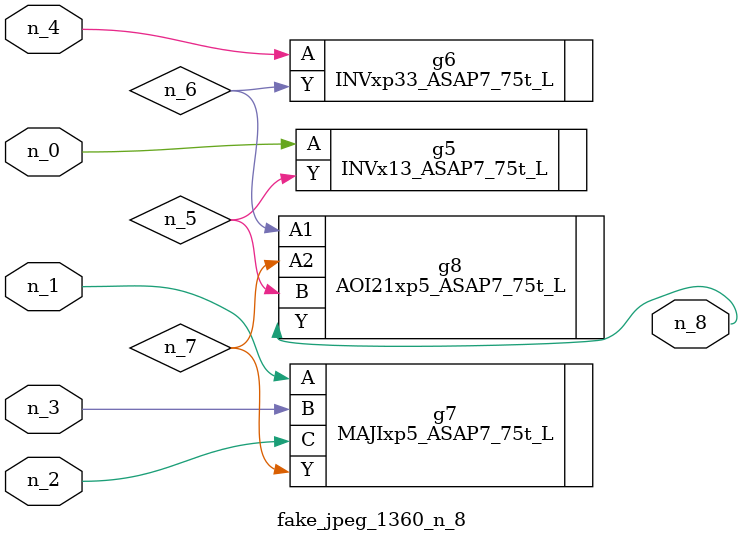
<source format=v>
module fake_jpeg_1360_n_8 (n_3, n_2, n_1, n_0, n_4, n_8);

input n_3;
input n_2;
input n_1;
input n_0;
input n_4;

output n_8;

wire n_6;
wire n_5;
wire n_7;

INVx13_ASAP7_75t_L g5 ( 
.A(n_0),
.Y(n_5)
);

INVxp33_ASAP7_75t_L g6 ( 
.A(n_4),
.Y(n_6)
);

MAJIxp5_ASAP7_75t_L g7 ( 
.A(n_1),
.B(n_3),
.C(n_2),
.Y(n_7)
);

AOI21xp5_ASAP7_75t_L g8 ( 
.A1(n_6),
.A2(n_7),
.B(n_5),
.Y(n_8)
);


endmodule
</source>
